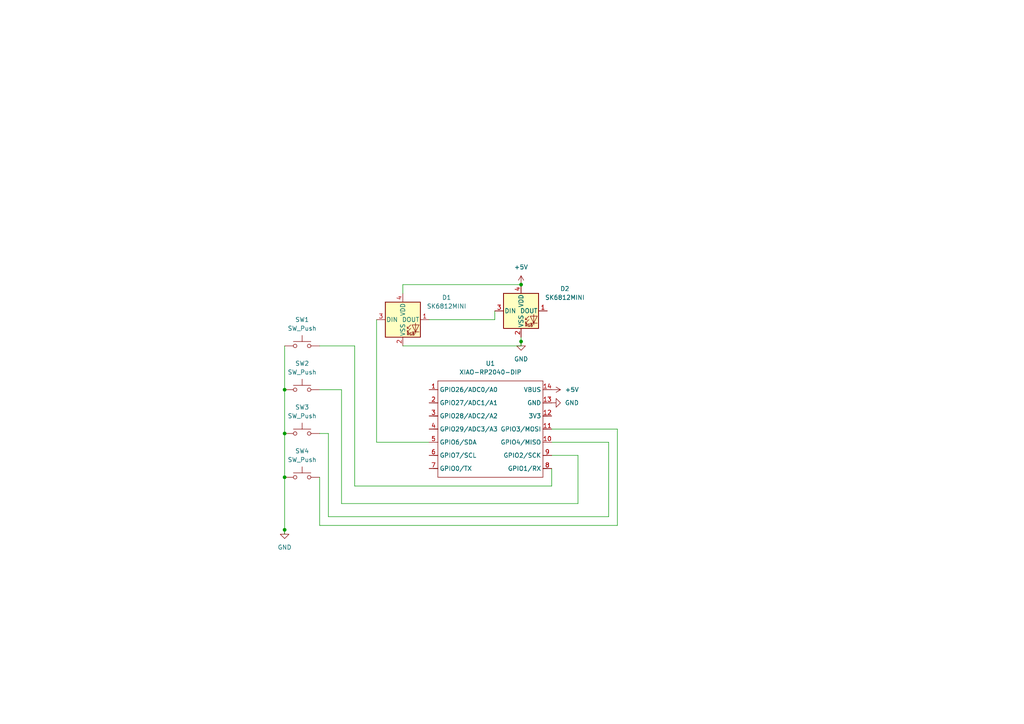
<source format=kicad_sch>
(kicad_sch (version 20250114) (generator "eeschema") (generator_version "9.0")
  (paper "A4")
  (lib_symbols
    (symbol "LED:SK6812MINI" (pin_names (offset 0.254))
      (property "Reference" "D" (at 5.08 5.715 0))
      (property "Value" "SK6812MINI" (at 1.27 -5.715 0))
      (symbol "SK6812MINI_0_0"
        (text "RGB" (at 2.286 -4.191 0) (effects (font (size 0.762 0.762))))
      )
      (symbol "SK6812MINI_0_1"
        (polyline (pts (xy 1.27 -2.54) (xy 1.778 -2.54)))
        (polyline (pts (xy 1.27 -3.556) (xy 1.778 -3.556)))
        (polyline (pts (xy 2.286 -1.524) (xy 1.27 -2.54) (xy 1.27 -2.032)))
        (polyline (pts (xy 2.286 -2.54) (xy 1.27 -3.556) (xy 1.27 -3.048)))
        (polyline (pts (xy 3.683 -1.016) (xy 3.683 -3.556) (xy 3.683 -4.064)))
        (polyline (pts (xy 4.699 -1.524) (xy 2.667 -1.524) (xy 3.683 -3.556) (xy 4.699 -1.524)))
        (polyline (pts (xy 4.699 -3.556) (xy 2.667 -3.556)))
        (rectangle (start 5.08 5.08) (end -5.08 -5.08) (stroke (width 0.254)) (fill (type background)))
      )
      (symbol "SK6812MINI_1_1"
        (pin input line (at -7.62 0 0) (length 2.54) (name "DIN") (number "3"))
        (pin power_in line (at 0 7.62 270) (length 2.54) (name "VDD") (number "4"))
        (pin power_in line (at 0 -7.62 90) (length 2.54) (name "VSS") (number "2"))
        (pin output line (at 7.62 0 180) (length 2.54) (name "DOUT") (number "1"))
      )
    )
    (symbol "Seeed_Studio_XIAO_Series:XIAO-RP2040-DIP"
      (property "Reference" "U" (at 0 0 0))
      (property "Value" "XIAO-RP2040-DIP" (at 5.334 -1.778 0))
      (symbol "XIAO-RP2040-DIP_1_0"
        (polyline (pts (xy -1.27 -2.54) (xy 29.21 -2.54)) (stroke (width 0.1524)))
        (polyline (pts (xy -1.27 -5.08) (xy -2.54 -5.08)) (stroke (width 0.1524)))
        (polyline (pts (xy -1.27 -5.08) (xy -1.27 -2.54)) (stroke (width 0.1524)))
        (polyline (pts (xy -1.27 -8.89) (xy -2.54 -8.89)) (stroke (width 0.1524)))
        (polyline (pts (xy -1.27 -8.89) (xy -1.27 -5.08)) (stroke (width 0.1524)))
        (polyline (pts (xy -1.27 -12.7) (xy -2.54 -12.7)) (stroke (width 0.1524)))
        (polyline (pts (xy -1.27 -12.7) (xy -1.27 -8.89)) (stroke (width 0.1524)))
        (polyline (pts (xy -1.27 -16.51) (xy -2.54 -16.51)) (stroke (width 0.1524)))
        (polyline (pts (xy -1.27 -16.51) (xy -1.27 -12.7)) (stroke (width 0.1524)))
        (polyline (pts (xy -1.27 -20.32) (xy -2.54 -20.32)) (stroke (width 0.1524)))
        (polyline (pts (xy -1.27 -24.13) (xy -2.54 -24.13)) (stroke (width 0.1524)))
        (polyline (pts (xy -1.27 -27.94) (xy -2.54 -27.94)) (stroke (width 0.1524)))
        (polyline (pts (xy -1.27 -30.48) (xy -1.27 -16.51)) (stroke (width 0.1524)))
        (polyline (pts (xy 29.21 -2.54) (xy 29.21 -5.08)) (stroke (width 0.1524)))
        (polyline (pts (xy 29.21 -5.08) (xy 29.21 -8.89)) (stroke (width 0.1524)))
        (polyline (pts (xy 29.21 -8.89) (xy 29.21 -12.7)) (stroke (width 0.1524)))
        (polyline (pts (xy 29.21 -12.7) (xy 29.21 -30.48)) (stroke (width 0.1524)))
        (polyline (pts (xy 29.21 -30.48) (xy -1.27 -30.48)) (stroke (width 0.1524)))
        (polyline (pts (xy 30.48 -5.08) (xy 29.21 -5.08)) (stroke (width 0.1524)))
        (polyline (pts (xy 30.48 -8.89) (xy 29.21 -8.89)) (stroke (width 0.1524)))
        (polyline (pts (xy 30.48 -12.7) (xy 29.21 -12.7)) (stroke (width 0.1524)))
        (polyline (pts (xy 30.48 -16.51) (xy 29.21 -16.51)) (stroke (width 0.1524)))
        (polyline (pts (xy 30.48 -20.32) (xy 29.21 -20.32)) (stroke (width 0.1524)))
        (polyline (pts (xy 30.48 -24.13) (xy 29.21 -24.13)) (stroke (width 0.1524)))
        (polyline (pts (xy 30.48 -27.94) (xy 29.21 -27.94)) (stroke (width 0.1524)))
        (pin passive line (at -3.81 -5.08 0) (length 2.54) (name "GPIO26/ADC0/A0") (number "1"))
        (pin passive line (at -3.81 -8.89 0) (length 2.54) (name "GPIO27/ADC1/A1") (number "2"))
        (pin passive line (at -3.81 -12.7 0) (length 2.54) (name "GPIO28/ADC2/A2") (number "3"))
        (pin passive line (at -3.81 -16.51 0) (length 2.54) (name "GPIO29/ADC3/A3") (number "4"))
        (pin passive line (at -3.81 -20.32 0) (length 2.54) (name "GPIO6/SDA") (number "5"))
        (pin passive line (at -3.81 -24.13 0) (length 2.54) (name "GPIO7/SCL") (number "6"))
        (pin passive line (at -3.81 -27.94 0) (length 2.54) (name "GPIO0/TX") (number "7"))
        (pin passive line (at 31.75 -5.08 180) (length 2.54) (name "VBUS") (number "14"))
        (pin passive line (at 31.75 -8.89 180) (length 2.54) (name "GND") (number "13"))
        (pin passive line (at 31.75 -12.7 180) (length 2.54) (name "3V3") (number "12"))
        (pin passive line (at 31.75 -16.51 180) (length 2.54) (name "GPIO3/MOSI") (number "11"))
        (pin passive line (at 31.75 -20.32 180) (length 2.54) (name "GPIO4/MISO") (number "10"))
        (pin passive line (at 31.75 -24.13 180) (length 2.54) (name "GPIO2/SCK") (number "9"))
        (pin passive line (at 31.75 -27.94 180) (length 2.54) (name "GPIO1/RX") (number "8"))
      )
    )
    (symbol "Switch:SW_Push" (pin_numbers (hide yes)) (pin_names (offset 1.016) (hide yes))
      (property "Reference" "SW" (at 1.27 2.54 0))
      (property "Value" "SW_Push" (at 0 -1.524 0))
      (symbol "SW_Push_0_1"
        (circle (center -2.032 0) (radius 0.508))
        (polyline (pts (xy 0 1.27) (xy 0 3.048)))
        (circle (center 2.032 0) (radius 0.508))
        (polyline (pts (xy 2.54 1.27) (xy -2.54 1.27)))
        (pin passive line (at -5.08 0 0) (length 2.54) (name "1") (number "1"))
        (pin passive line (at 5.08 0 180) (length 2.54) (name "2") (number "2"))
      )
    )
    (symbol "power:+5V" (power) (pin_numbers (hide yes)) (pin_names (offset 0) (hide yes))
      (property "Value" "+5V" (at 0 3.556 0))
      (symbol "+5V_0_1"
        (polyline (pts (xy -0.762 1.27) (xy 0 2.54)))
        (polyline (pts (xy 0 2.54) (xy 0.762 1.27)))
        (polyline (pts (xy 0 0) (xy 0 2.54)))
      )
      (symbol "+5V_1_1"
        (pin power_in line (at 0 0 90) (length 0) (name "~") (number "1"))
      )
    )
    (symbol "power:GND" (power) (pin_numbers (hide yes)) (pin_names (offset 0) (hide yes))
      (property "Value" "GND" (at 0 -3.81 0))
      (symbol "GND_0_1"
        (polyline (pts (xy 0 0) (xy 0 -1.27) (xy 1.27 -1.27) (xy 0 -2.54) (xy -1.27 -1.27) (xy 0 -1.27)))
      )
      (symbol "GND_1_1"
        (pin power_in line (at 0 0 270) (length 0) (name "~") (number "1"))
      )
    )
  )
  (junction (at 151.13 99.06))
  (junction (at 82.55 125.73))
  (junction (at 151.13 82.55))
  (junction (at 82.55 113.03))
  (junction (at 82.55 138.43))
  (junction (at 82.55 153.67))
  (wire (pts (xy 176.53 149.86) (xy 95.25 149.86)))
  (wire (pts (xy 82.55 153.67) (xy 82.55 154.94)))
  (wire (pts (xy 160.02 135.89) (xy 160.02 140.97)))
  (wire (pts (xy 99.06 146.05) (xy 167.64 146.05)))
  (wire (pts (xy 95.25 125.73) (xy 92.71 125.73)))
  (wire (pts (xy 92.71 152.4) (xy 179.07 152.4)))
  (wire (pts (xy 102.87 100.33) (xy 92.71 100.33)))
  (wire (pts (xy 109.22 128.27) (xy 109.22 92.71)))
  (wire (pts (xy 143.51 92.71) (xy 143.51 90.17)))
  (wire (pts (xy 116.84 100.33) (xy 151.13 100.33)))
  (wire (pts (xy 179.07 124.46) (xy 160.02 124.46)))
  (wire (pts (xy 124.46 92.71) (xy 143.51 92.71)))
  (wire (pts (xy 176.53 128.27) (xy 176.53 149.86)))
  (wire (pts (xy 179.07 152.4) (xy 179.07 124.46)))
  (wire (pts (xy 124.46 128.27) (xy 109.22 128.27)))
  (wire (pts (xy 151.13 100.33) (xy 151.13 99.06)))
  (wire (pts (xy 160.02 128.27) (xy 176.53 128.27)))
  (wire (pts (xy 167.64 146.05) (xy 167.64 132.08)))
  (wire (pts (xy 82.55 100.33) (xy 82.55 113.03)))
  (wire (pts (xy 82.55 125.73) (xy 82.55 138.43)))
  (wire (pts (xy 167.64 132.08) (xy 160.02 132.08)))
  (wire (pts (xy 82.55 113.03) (xy 82.55 125.73)))
  (wire (pts (xy 95.25 149.86) (xy 95.25 125.73)))
  (wire (pts (xy 99.06 113.03) (xy 99.06 146.05)))
  (wire (pts (xy 102.87 140.97) (xy 102.87 100.33)))
  (wire (pts (xy 82.55 138.43) (xy 82.55 153.67)))
  (wire (pts (xy 160.02 140.97) (xy 102.87 140.97)))
  (wire (pts (xy 92.71 113.03) (xy 99.06 113.03)))
  (wire (pts (xy 116.84 82.55) (xy 151.13 82.55)))
  (wire (pts (xy 116.84 85.09) (xy 116.84 82.55)))
  (wire (pts (xy 151.13 99.06) (xy 151.13 97.79)))
  (wire (pts (xy 92.71 138.43) (xy 92.71 152.4)))
  (symbol (lib_id "Seeed_Studio_XIAO_Series:XIAO-RP2040-DIP") (at 128.27 107.95 0) (unit 1)
    (property "Reference" "U1" (at 142.24 105.41 0))
    (property "Value" "XIAO-RP2040-DIP" (at 142.24 107.95 0))
    (property "Footprint" "XIAO:XIAO-RP2040-DIP" (effects (hide yes)))
  )
  (symbol (lib_id "LED:SK6812MINI") (at 116.84 92.71 0) (unit 1)
    (property "Reference" "D1" (at 129.54 86.2898 0))
    (property "Value" "SK6812MINI" (at 129.54 88.8298 0))
    (property "Footprint" "LED_SMD:LED_SK6812MINI_PLCC4_3.5x3.5mm_P1.75mm" (effects (hide yes)))
    (property "Datasheet" "https://cdn-shop.adafruit.com/product-files/2686/SK6812MINI_REV.01-1-2.pdf" (effects (hide yes)))
    (property "Description" "RGB LED with integrated controller" (effects (hide yes)))
  )
  (symbol (lib_id "power:GND") (at 160.02 116.84 90) (unit 1)
    (property "Reference" "#PWR02" (effects (hide yes)))
    (property "Value" "GND" (at 163.83 116.8399 90) (effects (justify right)))
    (property "Description" "Power symbol creates a global label with name \"GND\" , ground" (effects (hide yes)))
  )
  (symbol (lib_id "Switch:SW_Push") (at 87.63 100.33 0) (unit 1)
    (property "Reference" "SW1" (at 87.63 92.71 0))
    (property "Value" "SW_Push" (at 87.63 95.25 0))
    (property "Footprint" "Button_Switch_Keyboard:SW_Cherry_MX_1.00u_PCB" (effects (hide yes)))
    (property "Description" "Push button switch, generic, two pins" (effects (hide yes)))
  )
  (symbol (lib_id "power:GND") (at 151.13 99.06 0) (unit 1)
    (property "Reference" "#PWR05" (effects (hide yes)))
    (property "Value" "GND" (at 151.13 104.14 0))
    (property "Description" "Power symbol creates a global label with name \"GND\" , ground" (effects (hide yes)))
  )
  (symbol (lib_id "Switch:SW_Push") (at 87.63 113.03 0) (unit 1)
    (property "Reference" "SW2" (at 87.63 105.41 0))
    (property "Value" "SW_Push" (at 87.63 107.95 0))
    (property "Footprint" "Button_Switch_Keyboard:SW_Cherry_MX_1.00u_PCB" (effects (hide yes)))
    (property "Description" "Push button switch, generic, two pins" (effects (hide yes)))
  )
  (symbol (lib_id "power:GND") (at 82.55 153.67 0) (unit 1)
    (property "Reference" "#PWR01" (effects (hide yes)))
    (property "Value" "GND" (at 82.55 158.75 0))
    (property "Description" "Power symbol creates a global label with name \"GND\" , ground" (effects (hide yes)))
  )
  (symbol (lib_id "Switch:SW_Push") (at 87.63 125.73 0) (unit 1)
    (property "Reference" "SW3" (at 87.63 118.11 0))
    (property "Value" "SW_Push" (at 87.63 120.65 0))
    (property "Footprint" "Button_Switch_Keyboard:SW_Cherry_MX_1.00u_PCB" (effects (hide yes)))
    (property "Description" "Push button switch, generic, two pins" (effects (hide yes)))
  )
  (symbol (lib_id "power:+5V") (at 160.02 113.03 270) (unit 1)
    (property "Reference" "#PWR03" (effects (hide yes)))
    (property "Value" "+5V" (at 163.83 113.0299 90) (effects (justify left)))
    (property "Description" "Power symbol creates a global label with name \"+5V\"" (effects (hide yes)))
  )
  (symbol (lib_id "power:+5V") (at 151.13 82.55 0) (unit 1)
    (property "Reference" "#PWR04" (effects (hide yes)))
    (property "Value" "+5V" (at 151.13 77.47 0))
    (property "Description" "Power symbol creates a global label with name \"+5V\"" (effects (hide yes)))
  )
  (symbol (lib_id "Switch:SW_Push") (at 87.63 138.43 0) (unit 1)
    (property "Reference" "SW4" (at 87.63 130.81 0))
    (property "Value" "SW_Push" (at 87.63 133.35 0))
    (property "Footprint" "Button_Switch_Keyboard:SW_Cherry_MX_1.00u_PCB" (effects (hide yes)))
    (property "Description" "Push button switch, generic, two pins" (effects (hide yes)))
  )
  (symbol (lib_id "LED:SK6812MINI") (at 151.13 90.17 0) (unit 1)
    (property "Reference" "D2" (at 163.83 83.7498 0))
    (property "Value" "SK6812MINI" (at 163.83 86.2898 0))
    (property "Footprint" "LED_SMD:LED_SK6812MINI_PLCC4_3.5x3.5mm_P1.75mm" (effects (hide yes)))
    (property "Datasheet" "https://cdn-shop.adafruit.com/product-files/2686/SK6812MINI_REV.01-1-2.pdf" (effects (hide yes)))
    (property "Description" "RGB LED with integrated controller" (effects (hide yes)))
  )
)
</source>
